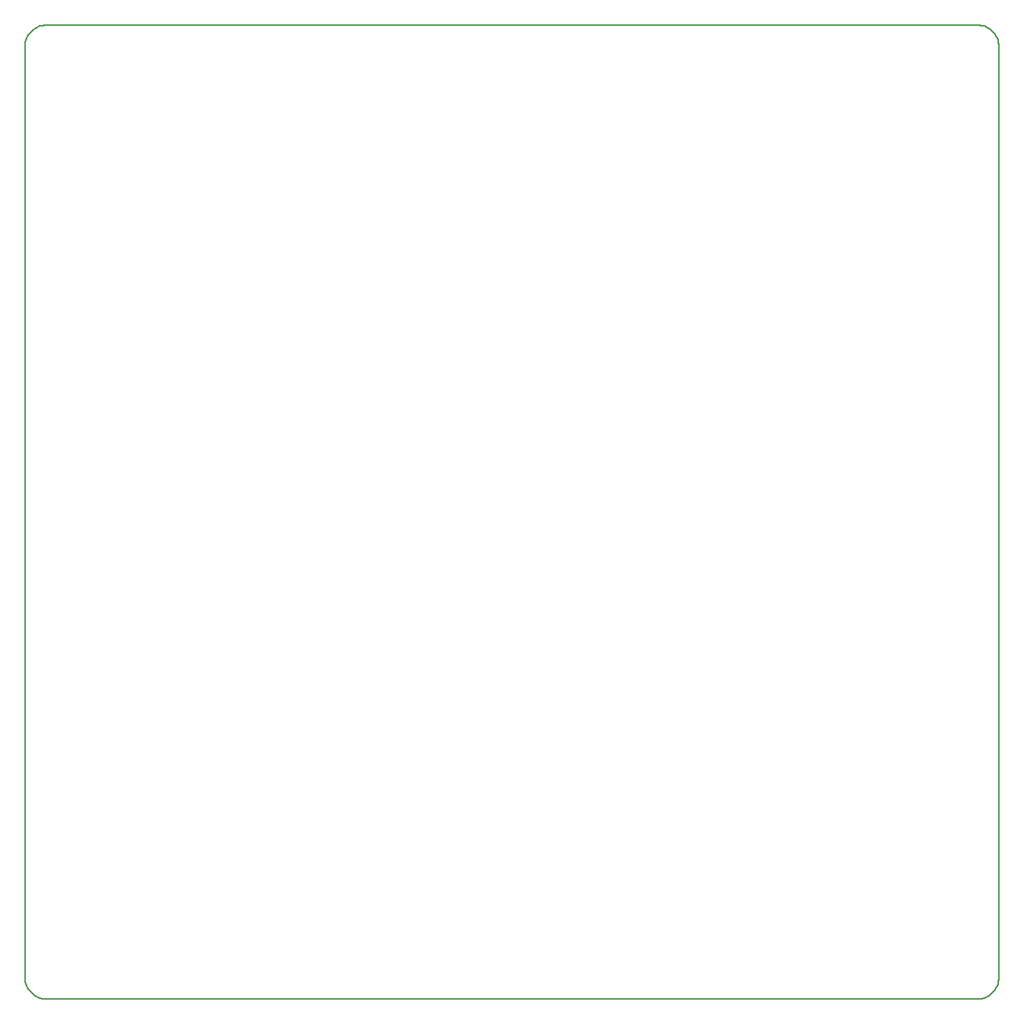
<source format=gko>
G04*
G04 #@! TF.GenerationSoftware,Altium Limited,Altium Designer,21.6.4 (81)*
G04*
G04 Layer_Color=16711935*
%FSLAX25Y25*%
%MOIN*%
G70*
G04*
G04 #@! TF.SameCoordinates,042D30B8-6E37-4B2D-B353-5EAC6A6B4B5F*
G04*
G04*
G04 #@! TF.FilePolarity,Positive*
G04*
G01*
G75*
%ADD17C,0.00500*%
D17*
X374016Y423071D02*
X373968Y424051D01*
X373824Y425022D01*
X373585Y425974D01*
X373255Y426898D01*
X372835Y427785D01*
X372330Y428626D01*
X371746Y429415D01*
X371087Y430142D01*
X370360Y430801D01*
X369571Y431386D01*
X368730Y431890D01*
X367843Y432310D01*
X366919Y432640D01*
X365967Y432879D01*
X364996Y433023D01*
X364016Y433071D01*
Y-19685D02*
X364996Y-19637D01*
X365967Y-19493D01*
X366919Y-19254D01*
X367843Y-18924D01*
X368730Y-18504D01*
X369571Y-18000D01*
X370360Y-17415D01*
X371087Y-16756D01*
X371746Y-16029D01*
X372330Y-15241D01*
X372835Y-14399D01*
X373255Y-13512D01*
X373585Y-12588D01*
X373824Y-11636D01*
X373968Y-10665D01*
X374016Y-9685D01*
X-68740Y433071D02*
X-69720Y433023D01*
X-70691Y432879D01*
X-71643Y432640D01*
X-72567Y432310D01*
X-73454Y431890D01*
X-74296Y431386D01*
X-75084Y430801D01*
X-75811Y430142D01*
X-76470Y429415D01*
X-77055Y428626D01*
X-77559Y427785D01*
X-77979Y426898D01*
X-78310Y425974D01*
X-78548Y425022D01*
X-78692Y424051D01*
X-78740Y423071D01*
Y-9685D02*
X-78692Y-10665D01*
X-78548Y-11636D01*
X-78310Y-12588D01*
X-77979Y-13512D01*
X-77559Y-14399D01*
X-77055Y-15241D01*
X-76470Y-16029D01*
X-75811Y-16756D01*
X-75084Y-17415D01*
X-74296Y-18000D01*
X-73454Y-18504D01*
X-72567Y-18924D01*
X-71643Y-19254D01*
X-70691Y-19493D01*
X-69720Y-19637D01*
X-68740Y-19685D01*
X-78740Y-9685D02*
Y423071D01*
X-68740Y-19685D02*
X364016D01*
X374016Y-9685D02*
Y423071D01*
X-68740Y433071D02*
X364016D01*
M02*

</source>
